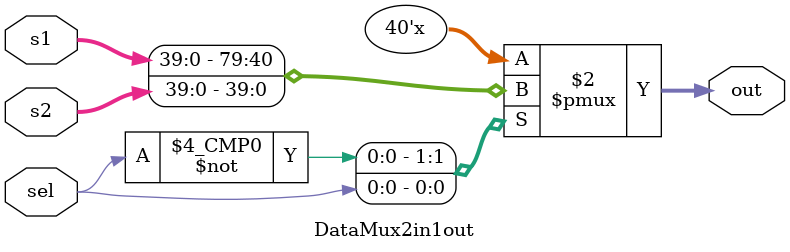
<source format=v>
/*!>
* 2 in 1 out Data multiplexer module
*
*+ Input +* 
* s1 	- Source 1
* s2	- Source 2
* sel - Selector
*
*
*+ Output +* 
*  out - source output
*
*
<!*/
module DataMux2in1out(
input [39:0]s1, 
input [39:0]s2, 
input sel,
output reg [39:0] out
);

always @(s1, s2, sel)
begin
	case ( sel )
	1'b0:
		begin 
			out=s1;
		end
	1'b1:
		begin
			out=s2;
		end
	endcase
end

endmodule 
		
</source>
